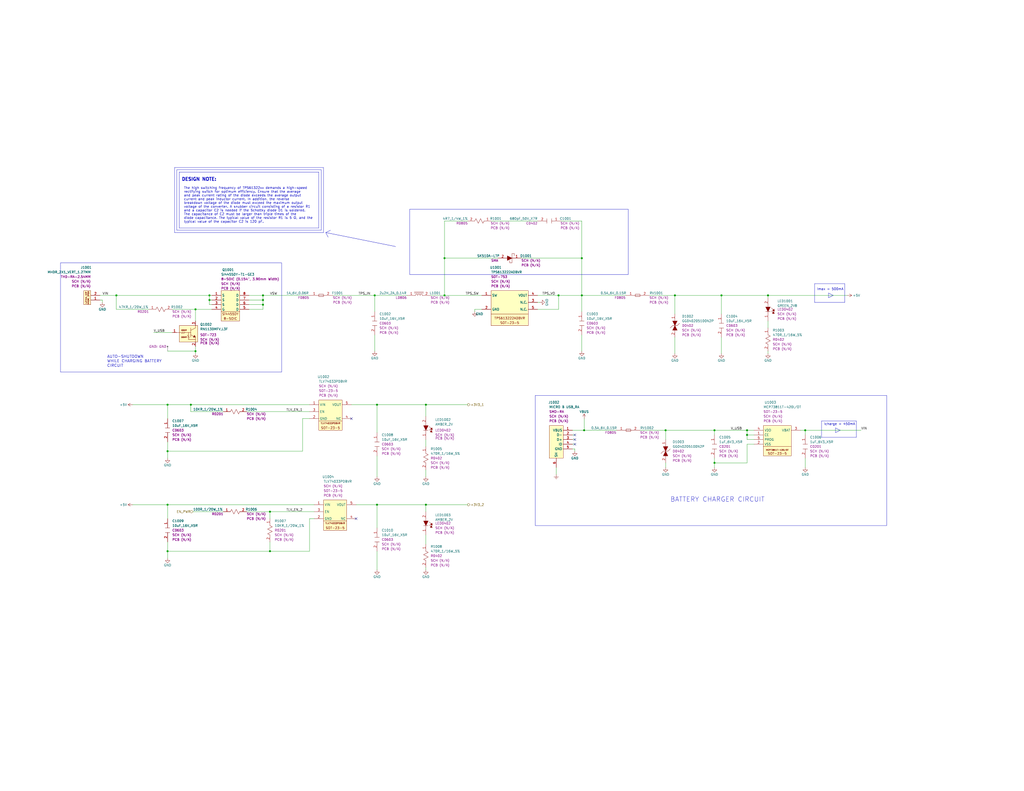
<source format=kicad_sch>
(kicad_sch (version 20230121) (generator eeschema)
  (paper "C")
  (title_block (title "Blender") (date "2023/09/18") (rev "v1.0") (company "Mend0z0") (comment 1 "v1.0") (comment 2 "RELEASED") (comment 3 "Siavash Taher Parvar") (comment 4 "_BOM_Blender_v1.0.html") (comment 5 "_HW_Blender.kicad_pcb") (comment 6 "_GBR_Blender_v1.0") (comment 7 "_ASM_Blender_v1.0") (comment 8 "N/A") (comment 9 "Initial version"))
  (junction (at 114.3 163.83))
  (junction (at 91.44 300.99))
  (junction (at 318.77 234.95))
  (junction (at 232.41 220.98))
  (junction (at 106.68 191.77))
  (junction (at 204.47 161.29))
  (junction (at 205.74 275.59))
  (junction (at 317.5 140.97))
  (junction (at 419.1 161.29))
  (junction (at 439.42 234.95))
  (junction (at 363.22 234.95))
  (junction (at 143.51 163.83))
  (junction (at 63.5 161.29))
  (junction (at 368.3 161.29))
  (junction (at 91.44 220.98))
  (junction (at 389.89 234.95))
  (junction (at 147.32 300.99))
  (junction (at 389.89 252.73))
  (junction (at 147.32 279.4))
  (junction (at 114.3 161.29))
  (junction (at 205.74 220.98))
  (junction (at 393.7 161.29))
  (junction (at 91.44 275.59))
  (junction (at 407.67 237.49))
  (junction (at 317.5 161.29))
  (junction (at 242.57 140.97))
  (junction (at 91.44 246.38))
  (junction (at 232.41 275.59))
  (junction (at 143.51 161.29))
  (junction (at 106.68 168.91))
  (junction (at 304.8 161.29))
  (junction (at 242.57 161.29))
  (junction (at 407.67 234.95))
  (junction (at 104.14 220.98))
  (junction (at 143.51 166.37))
  (no_connect (at 313.69 242.57))
  (no_connect (at 194.31 283.21))
  (no_connect (at 313.69 237.49))
  (no_connect (at 313.69 240.03))
  (no_connect (at 191.77 228.6))
  (wire (pts (xy 363.22 234.95) (xy 363.22 240.03)))
  (wire (pts (xy 134.62 224.79) (xy 168.91 224.79)))
  (wire (pts (xy 204.47 170.18) (xy 204.47 161.29)))
  (wire (pts (xy 115.57 163.83) (xy 114.3 163.83)))
  (wire (pts (xy 114.3 166.37) (xy 114.3 163.83)))
  (wire (pts (xy 267.97 120.65) (xy 293.37 120.65)))
  (wire (pts (xy 407.67 252.73) (xy 389.89 252.73)))
  (wire (pts (xy 91.44 191.77) (xy 106.68 191.77)))
  (wire (pts (xy 143.51 168.91) (xy 135.89 168.91)))
  (polyline (pts (xy 455.93 236.22) (xy 458.47 234.95)))
  (wire (pts (xy 389.89 252.73) (xy 389.89 255.27)))
  (wire (pts (xy 147.32 295.91) (xy 147.32 300.99)))
  (wire (pts (xy 106.68 193.04) (xy 106.68 191.77)))
  (wire (pts (xy 317.5 191.77) (xy 317.5 182.88)))
  (wire (pts (xy 294.64 165.1) (xy 293.37 165.1)))
  (wire (pts (xy 389.89 237.49) (xy 389.89 234.95)))
  (wire (pts (xy 91.44 220.98) (xy 104.14 220.98)))
  (wire (pts (xy 205.74 275.59) (xy 194.31 275.59)))
  (wire (pts (xy 312.42 234.95) (xy 318.77 234.95)))
  (wire (pts (xy 93.98 168.91) (xy 106.68 168.91)))
  (polyline (pts (xy 448.31 229.87) (xy 467.36 229.87)))
  (wire (pts (xy 168.91 283.21) (xy 168.91 300.99)))
  (wire (pts (xy 234.95 161.29) (xy 242.57 161.29)))
  (wire (pts (xy 304.8 161.29) (xy 317.5 161.29)))
  (wire (pts (xy 363.22 252.73) (xy 363.22 255.27)))
  (wire (pts (xy 393.7 161.29) (xy 393.7 171.45)))
  (wire (pts (xy 205.74 260.35) (xy 205.74 248.92)))
  (polyline (pts (xy 461.01 154.94) (xy 461.01 165.1)))
  (wire (pts (xy 462.28 161.29) (xy 419.1 161.29)))
  (wire (pts (xy 242.57 120.65) (xy 242.57 140.97)))
  (wire (pts (xy 242.57 161.29) (xy 262.89 161.29)))
  (wire (pts (xy 181.61 161.29) (xy 204.47 161.29)))
  (wire (pts (xy 313.69 237.49) (xy 312.42 237.49)))
  (polyline (pts (xy 173.99 124.46) (xy 97.79 124.46)))
  (wire (pts (xy 63.5 161.29) (xy 114.3 161.29)))
  (wire (pts (xy 81.28 168.91) (xy 63.5 168.91)))
  (wire (pts (xy 407.67 242.57) (xy 407.67 252.73)))
  (wire (pts (xy 419.1 175.26) (xy 419.1 179.07)))
  (wire (pts (xy 114.3 161.29) (xy 115.57 161.29)))
  (wire (pts (xy 341.63 161.29) (xy 317.5 161.29)))
  (wire (pts (xy 72.39 220.98) (xy 91.44 220.98)))
  (polyline (pts (xy 467.36 238.76) (xy 448.31 238.76)))
  (wire (pts (xy 313.69 245.11) (xy 312.42 245.11)))
  (wire (pts (xy 205.74 220.98) (xy 191.77 220.98)))
  (wire (pts (xy 143.51 163.83) (xy 143.51 161.29)))
  (polyline (pts (xy 467.36 229.87) (xy 467.36 238.76)))
  (wire (pts (xy 303.53 255.27) (xy 303.53 259.08)))
  (wire (pts (xy 168.91 300.99) (xy 147.32 300.99)))
  (wire (pts (xy 318.77 234.95) (xy 336.55 234.95)))
  (wire (pts (xy 91.44 220.98) (xy 91.44 228.6)))
  (wire (pts (xy 318.77 228.6) (xy 318.77 234.95)))
  (wire (pts (xy 439.42 237.49) (xy 439.42 234.95)))
  (wire (pts (xy 232.41 311.15) (xy 232.41 309.88)))
  (wire (pts (xy 232.41 220.98) (xy 232.41 227.33)))
  (polyline (pts (xy 95.25 127) (xy 176.53 127)))
  (polyline (pts (xy 444.5 154.94) (xy 444.5 165.1)))
  (wire (pts (xy 313.69 246.38) (xy 313.69 245.11)))
  (polyline (pts (xy 175.26 125.73) (xy 96.52 125.73)))
  (wire (pts (xy 205.74 311.15) (xy 205.74 300.99)))
  (wire (pts (xy 389.89 234.95) (xy 407.67 234.95)))
  (wire (pts (xy 232.41 275.59) (xy 232.41 279.4)))
  (wire (pts (xy 143.51 161.29) (xy 168.91 161.29)))
  (wire (pts (xy 242.57 140.97) (xy 271.78 140.97)))
  (polyline (pts (xy 173.99 93.98) (xy 173.99 124.46)))
  (wire (pts (xy 232.41 260.35) (xy 232.41 256.54)))
  (wire (pts (xy 165.1 228.6) (xy 165.1 246.38)))
  (wire (pts (xy 135.89 166.37) (xy 143.51 166.37)))
  (polyline (pts (xy 97.79 93.98) (xy 173.99 93.98)))
  (polyline (pts (xy 452.12 160.02) (xy 452.12 162.56)))
  (wire (pts (xy 91.44 250.19) (xy 91.44 246.38)))
  (wire (pts (xy 419.1 161.29) (xy 419.1 162.56)))
  (wire (pts (xy 91.44 275.59) (xy 91.44 283.21)))
  (wire (pts (xy 306.07 120.65) (xy 317.5 120.65)))
  (wire (pts (xy 91.44 241.3) (xy 91.44 246.38)))
  (wire (pts (xy 55.88 163.83) (xy 54.61 163.83)))
  (polyline (pts (xy 96.52 92.71) (xy 96.52 125.73)))
  (polyline (pts (xy 444.5 154.94) (xy 461.01 154.94)))
  (wire (pts (xy 106.68 168.91) (xy 115.57 168.91)))
  (wire (pts (xy 232.41 292.1) (xy 232.41 297.18)))
  (polyline (pts (xy 455.93 233.68) (xy 455.93 236.22)))
  (wire (pts (xy 439.42 250.19) (xy 439.42 255.27)))
  (wire (pts (xy 439.42 234.95) (xy 469.9 234.95)))
  (wire (pts (xy 204.47 161.29) (xy 222.25 161.29)))
  (wire (pts (xy 419.1 193.04) (xy 419.1 191.77)))
  (wire (pts (xy 91.44 246.38) (xy 165.1 246.38)))
  (wire (pts (xy 143.51 166.37) (xy 143.51 163.83)))
  (wire (pts (xy 436.88 234.95) (xy 439.42 234.95)))
  (wire (pts (xy 313.69 240.03) (xy 312.42 240.03)))
  (wire (pts (xy 411.48 242.57) (xy 407.67 242.57)))
  (wire (pts (xy 171.45 279.4) (xy 147.32 279.4)))
  (wire (pts (xy 135.89 161.29) (xy 143.51 161.29)))
  (wire (pts (xy 255.27 275.59) (xy 232.41 275.59)))
  (wire (pts (xy 317.5 161.29) (xy 317.5 170.18)))
  (wire (pts (xy 104.14 220.98) (xy 168.91 220.98)))
  (wire (pts (xy 63.5 161.29) (xy 63.5 168.91)))
  (wire (pts (xy 106.68 189.23) (xy 106.68 191.77)))
  (wire (pts (xy 313.69 242.57) (xy 312.42 242.57)))
  (polyline (pts (xy 452.12 160.02) (xy 454.66 161.29)))
  (wire (pts (xy 284.48 140.97) (xy 317.5 140.97)))
  (wire (pts (xy 115.57 166.37) (xy 114.3 166.37)))
  (wire (pts (xy 147.32 279.4) (xy 147.32 283.21)))
  (wire (pts (xy 204.47 191.77) (xy 204.47 182.88)))
  (wire (pts (xy 91.44 295.91) (xy 91.44 300.99)))
  (wire (pts (xy 259.08 168.91) (xy 262.89 168.91)))
  (wire (pts (xy 205.74 220.98) (xy 205.74 236.22)))
  (wire (pts (xy 91.44 300.99) (xy 147.32 300.99)))
  (wire (pts (xy 135.89 163.83) (xy 143.51 163.83)))
  (wire (pts (xy 368.3 193.04) (xy 368.3 184.15)))
  (polyline (pts (xy 177.8 127) (xy 179.07 129.54)))
  (wire (pts (xy 242.57 120.65) (xy 255.27 120.65)))
  (polyline (pts (xy 176.53 91.44) (xy 176.53 127)))
  (polyline (pts (xy 175.26 92.71) (xy 175.26 125.73)))
  (wire (pts (xy 407.67 234.95) (xy 411.48 234.95)))
  (wire (pts (xy 389.89 252.73) (xy 389.89 250.19)))
  (polyline (pts (xy 97.79 93.98) (xy 97.79 124.46)))
  (wire (pts (xy 83.82 181.61) (xy 93.98 181.61)))
  (wire (pts (xy 232.41 275.59) (xy 205.74 275.59)))
  (wire (pts (xy 407.67 237.49) (xy 407.67 234.95)))
  (wire (pts (xy 293.37 161.29) (xy 304.8 161.29)))
  (wire (pts (xy 317.5 120.65) (xy 317.5 140.97)))
  (wire (pts (xy 104.14 220.98) (xy 104.14 224.79)))
  (polyline (pts (xy 177.8 127) (xy 215.9 134.62)))
  (polyline (pts (xy 180.34 125.73) (xy 177.8 127)))
  (wire (pts (xy 293.37 168.91) (xy 304.8 168.91)))
  (polyline (pts (xy 455.93 233.68) (xy 458.47 234.95)))
  (wire (pts (xy 242.57 140.97) (xy 242.57 161.29)))
  (polyline (pts (xy 452.12 162.56) (xy 454.66 161.29)))
  (wire (pts (xy 54.61 161.29) (xy 63.5 161.29)))
  (wire (pts (xy 55.88 163.83) (xy 55.88 165.1)))
  (wire (pts (xy 393.7 161.29) (xy 368.3 161.29)))
  (wire (pts (xy 134.62 279.4) (xy 147.32 279.4)))
  (wire (pts (xy 105.41 279.4) (xy 121.92 279.4)))
  (wire (pts (xy 168.91 228.6) (xy 165.1 228.6)))
  (wire (pts (xy 72.39 275.59) (xy 91.44 275.59)))
  (wire (pts (xy 407.67 237.49) (xy 411.48 237.49)))
  (wire (pts (xy 232.41 240.03) (xy 232.41 243.84)))
  (polyline (pts (xy 448.31 229.87) (xy 448.31 238.76)))
  (wire (pts (xy 232.41 220.98) (xy 205.74 220.98)))
  (wire (pts (xy 205.74 275.59) (xy 205.74 288.29)))
  (wire (pts (xy 317.5 140.97) (xy 317.5 161.29)))
  (wire (pts (xy 106.68 168.91) (xy 106.68 175.26)))
  (polyline (pts (xy 95.25 91.44) (xy 95.25 127)))
  (wire (pts (xy 419.1 161.29) (xy 393.7 161.29)))
  (wire (pts (xy 349.25 234.95) (xy 363.22 234.95)))
  (polyline (pts (xy 95.25 91.44) (xy 176.53 91.44)))
  (wire (pts (xy 368.3 161.29) (xy 368.3 171.45)))
  (polyline (pts (xy 461.01 165.1) (xy 444.5 165.1)))
  (wire (pts (xy 91.44 275.59) (xy 171.45 275.59)))
  (wire (pts (xy 104.14 224.79) (xy 121.92 224.79)))
  (wire (pts (xy 143.51 168.91) (xy 143.51 166.37)))
  (polyline (pts (xy 96.52 92.71) (xy 175.26 92.71)))
  (wire (pts (xy 114.3 163.83) (xy 114.3 161.29)))
  (wire (pts (xy 255.27 220.98) (xy 232.41 220.98)))
  (wire (pts (xy 407.67 240.03) (xy 407.67 237.49)))
  (wire (pts (xy 171.45 283.21) (xy 168.91 283.21)))
  (wire (pts (xy 91.44 304.8) (xy 91.44 300.99)))
  (wire (pts (xy 304.8 161.29) (xy 304.8 168.91)))
  (wire (pts (xy 363.22 234.95) (xy 389.89 234.95)))
  (wire (pts (xy 368.3 161.29) (xy 354.33 161.29)))
  (wire (pts (xy 411.48 240.03) (xy 407.67 240.03)))
  (wire (pts (xy 259.08 168.91) (xy 259.08 170.18)))
  (wire (pts (xy 393.7 193.04) (xy 393.7 184.15)))
  (rectangle (start 223.52 114.3) (end 342.9 149.86))
  (rectangle (start 33.02 143.51) (end 153.67 203.2))
  (rectangle (start 292.1 215.9) (end 483.87 287.02))
  (text "BATTERY CHARGER CIRCUIT" (at 365.76 274.32 0) (effects (font (size 2.54 2.54)) (justify left bottom)))
  (text "DESIGN NOTE:" (at 99.06 99.06 0) (effects (font (size 1.8 1.8) bold) (justify left bottom)))
  (text "Icharge = 450mA" (at 449.58 232.41 0) (effects (font (size 1.27 1.27)) (justify left bottom)))
  (text "The high switching frequency of TPS61322xx demands a high-speed \nrectifying switch for optimum efficiency. Ensure that the average \nand peak current rating of the diode exceeds the average output \ncurrent and peak inductor current. In addition, the reverse \nbreakdown voltage of the diode must exceed the maximum output\nvoltage of the converter. A snubber circuit consisting of a resistor R1\nand a capacitor C2 is needed if the Schottky diode D1 is soldered. \nThe capacitance of C2 must be larger than triple times of the \ndiode capacitance. The typical value of the resistor R1 is 5 Ω, and the\ntypical value of the capacitor C2 is 120 pF." (at 100.33 121.92 0) (effects (font (size 1.27 1.27)) (justify left bottom)))
  (text "Imax = 500mA" (at 445.77 158.75 0) (effects (font (size 1.27 1.27)) (justify left bottom)))
  (text "AUTO-SHUTDOWN\nWHILE CHARGING BATTERY\nCIRCUIT" (at 58.42 200.66 0) (effects (font (size 1.524 1.524)) (justify left bottom)))
  (label "TPS_IN" (at 195.58 161.29 0))
  (label "TPS_SW" (at 254 161.29 0))
  (label "V_USB" (at 398.78 234.95 0))
  (label "VSW" (at 147.32 161.29 0))
  (label "TLV_EN_2" (at 156.21 279.4 0))
  (label "V_USB" (at 83.82 181.61 0))
  (label "VIN" (at 469.9 234.95 0))
  (label "VIN" (at 55.88 161.29 0))
  (label "TLV_EN_1" (at 156.21 224.79 0))
  (label "TPS_VO" (at 295.91 161.29 0))
  (hierarchical_label "+3V3_2" (shape output) (at 255.27 275.59 0))
  (hierarchical_label "EN_PWR" (shape input) (at 105.41 279.4 180))
  (hierarchical_label "+3V3_1" (shape output) (at 255.27 220.98 0))
  (netclass_flag "" (length 2.54) (shape dot) (at 91.44 191.77 0) (property "GND" "GND" (at 81.28 189.23 0) (show_name) (effects (font italic) (justify left))))
  (symbol (lib_id "power:GND") (at 55.88 165.1 0) (unit 1)
    (property "Reference" "#PWR01002" (effects hide))
    (property "Value" "GND" (at 55.88 168.91 0))
  )
  (symbol (lib_id "_SCHLIB_Blender:CAP_680pF_50V_X7R_C0402") (at 306.07 120.65 180) (unit 1)
    (property "Reference" "C1001" (at 308.61 119.38 0))
    (property "Value" "680pF_50V_X7R" (at 293.37 119.38 0) (effects (justify left)))
    (property "Footprint" "Capacitor_SMD:C_0402_1005Metric" (effects hide))
    (property "Datasheet" "http://www.passivecomponent.com/wp-content/uploads/datasheet/WTC_MLCC_General_Purpose.pdf" (effects hide))
    (property "Description" "680 pF ±10% 50V Ceramic Capacitor X7R 0402 (1005 Metric)" (effects hide))
    (property "Link" "https://www.digikey.ca/en/products/detail/walsin-technology-corporation/0402B681K500CT/9354721" (effects hide))
    (property "SCH CHECK" "SCH (N/A)" (at 316.23 121.92 0) (effects (justify left)))
    (property "Package" "C0402" (at 293.37 121.92 0) (effects (justify left)))
    (property "Part Number (Manufacturer)" "0402B681K500CT" (effects hide))
    (property "Manufacturer" "Walsin Technology Corporation" (effects hide))
    (property "Part Number (Vendor)" "1292-1223-2-ND" (effects hide))
    (property "Vendor" "Digikey" (effects hide))
    (property "PCB CHECk" "PCB (N/A)" (at 316.23 124.46 0) (effects (justify left)))
  )
  (symbol (lib_id "power:GND") (at 368.3 193.04 0) (unit 1)
    (property "Reference" "#PWR01007" (effects hide))
    (property "Value" "GND" (at 368.3 196.85 0))
    (instances (project "_HW_Blender" (path "" (reference "#PWR01007") (unit 1))) (project "_HW_ToslinkToDMX" (path "" (reference "#PWR01006") (unit 1))))
  )
  (symbol (lib_id "_SCHLIB_Blender:CAP_1uF_6V3_X5R_C0201") (at 389.89 237.49 270) (unit 1)
    (property "Reference" "C1005" (at 392.43 238.76 90) (effects (justify left)))
    (property "Value" "1uF_6V3_X5R" (at 392.43 241.3 90) (effects (justify left)))
    (property "Footprint" "Capacitor_SMD:C_0201_0603Metric" (effects hide))
    (property "Datasheet" "http://weblib.samsungsem.com/mlcc/mlcc-ec-data-sheet.do?partNumber=CL03A105MQ3CSN" (effects hide))
    (property "Description" "1 µF ±20% 6.3V Ceramic Capacitor X5R 0201 (0603 Metric)" (effects hide))
    (property "Link" "https://www.digikey.ca/en/products/detail/samsung-electro-mechanics/CL03A105MQ3CSNH/3894097" (effects hide))
    (property "SCH CHECK" "SCH (N/A)" (at 392.43 246.38 90) (effects (justify left)))
    (property "Package" "C0201" (at 392.43 243.84 90) (effects (justify left)))
    (property "Part Number (Manufacturer)" "CL03A105MQ3CSNH" (effects hide))
    (property "Manufacturer" "Samsung Electro-Mechanics" (effects hide))
    (property "Part Number (Vendor)" "1276-6441-2-ND" (effects hide))
    (property "Vendor" "Digikey" (effects hide))
    (property "PCB CHECk" "PCB (N/A)" (at 392.43 248.92 90) (effects (justify left)))
  )
  (symbol (lib_id "power:GND") (at 205.74 311.15 0) (unit 1)
    (property "Reference" "#PWR01023" (effects hide))
    (property "Value" "GND" (at 205.74 314.96 0))
    (instances (project "_HW_Blender" (path "" (reference "#PWR01023") (unit 1))) (project "_HW_ToslinkToDMX" (path "" (reference "#PWR01022") (unit 1))))
  )
  (symbol (lib_id "_SCHLIB_Blender:IC_PMIC_TPS613222ADBVR_SMPS-BOOST_5V_2.5A_SOT-753") (at 267.97 158.75 0) (unit 1)
    (property "Reference" "U1001" (at 270.51 146.05 0))
    (property "Value" "TPS613222ADBVR" (at 267.97 148.59 0) (effects (justify left)))
    (property "Footprint" "Package_TO_SOT_SMD:SOT-23-5" (effects hide))
    (property "Datasheet" "https://www.ti.com/general/docs/suppproductinfo.tsp?distId=10&gotoUrl=http%253A%252F%252Fwww.ti.com%252Flit%252Fgpn%252Ftps61322" (effects hide))
    (property "Description" "Boost Switching Regulator IC Positive Fixed 5V 1 Output 2.5A (Switch) SC-74A, SOT-753" (effects hide))
    (property "Link" "https://www.digikey.ca/en/products/detail/texas-instruments/TPS613222ADBVR/8638376?s=N4IgTCBcDaICoAUDKA2AjAZjNgggEQCEA1AJRAF0BfIA" (effects hide))
    (property "SCH CHECK" "SCH (N/A)" (at 267.97 153.67 0) (effects (justify left)))
    (property "Part Number (Manufacturer)" "TPS613222ADBVR" (effects hide))
    (property "Package" "SOT-753" (at 267.97 151.13 0) (effects (justify left)))
    (property "Manufacturer" "Texas Instruments" (effects hide))
    (property "Part Number (Vendor)" "296-50503-2-ND" (effects hide))
    (property "Vendor" "Digikey" (effects hide))
    (property "PCB CHECk" "PCB (N/A)" (at 267.97 156.21 0) (effects (justify left)))
  )
  (symbol (lib_id "power:GND") (at 91.44 250.19 0) (unit 1)
    (property "Reference" "#PWR01018" (effects hide))
    (property "Value" "GND" (at 91.44 254 0))
    (instances (project "_HW_Blender" (path "" (reference "#PWR01018") (unit 1))) (project "_HW_ToslinkToDMX" (path "" (reference "#PWR01017") (unit 1))))
  )
  (symbol (lib_id "_SCHLIB_Blender:DIODE_TVS_GG040205100N2P_5V_5.5V_8A(8/20us)_D0402") (at 363.22 240.03 270) (unit 1)
    (property "Reference" "D1003" (at 367.03 241.3 90) (effects (justify left)))
    (property "Value" "GG040205100N2P" (at 367.03 243.84 90) (effects (justify left)))
    (property "Footprint" "Diode_SMD:D_0402_1005Metric" (effects hide))
    (property "Datasheet" "https://datasheets.kyocera-avx.com/AVX-GiGuard.pdf" (effects hide))
    (property "Description" "12V Clamp 8A (8/20µs) Ipp Tvs Diode Surface Mount 0402 (1005 Metric)" (effects hide))
    (property "Link" "https://www.digikey.ca/en/products/detail/kyocera-avx/GG040205100N2P/6826546" (effects hide))
    (property "SCH CHECK" "SCH (N/A)" (at 367.03 248.92 90) (effects (justify left)))
    (property "Part Number (Manufacturer)" "GG040205100N2P" (effects hide))
    (property "Package" "D0402" (at 367.03 246.38 90) (effects (justify left)))
    (property "Manufacturer" "KYOCERA AVX" (effects hide))
    (property "Part Number (Vendor)" "478-10594-2-ND" (effects hide))
    (property "Vendor" "Digikey" (effects hide))
    (property "PCB CHECk" "PCB (N/A)" (at 367.03 251.46 90) (effects (justify left)))
  )
  (symbol (lib_id "_SCHLIB_Blender:DIODE_SCHOTTKY_SK510A-LTP_5A_100V_SMA") (at 271.78 140.97 0) (unit 1)
    (property "Reference" "D1001" (at 287.02 139.7 0))
    (property "Value" "SK510A-LTP" (at 260.35 139.7 0) (effects (justify left)))
    (property "Footprint" "Diode_SMD:D_SMA" (effects hide))
    (property "Datasheet" "https://www.mccsemi.com/pdf/Products/SK52A-L-SK510A-L(DO-214AC).pdf" (effects hide))
    (property "Description" "Diode 100 V 5A Surface Mount DO-214AC (SMA)" (effects hide))
    (property "Link" "https://www.digikey.ca/en/products/detail/micro-commercial-co/SK510A-LTP/5114130" (effects hide))
    (property "SCH CHECK" "SCH (N/A)" (at 284.48 142.24 0) (effects (justify left)))
    (property "Package" "SMA" (at 267.97 142.24 0) (effects (justify left)))
    (property "Part Number (Manufacturer)" "SK510A-LTP" (effects hide))
    (property "Manufacturer" "Micro Commercial Co" (effects hide))
    (property "Part Number (Vendor)" "SK510A-LTPMSTR-ND" (effects hide))
    (property "Vendor" "Digikey" (effects hide))
    (property "PCB CHECk" "PCB (N/A)" (at 284.48 144.78 0) (effects (justify left)))
  )
  (symbol (lib_id "_SCHLIB_Blender:RES_470R_1/16W_5%_R0402") (at 232.41 297.18 270) (unit 1)
    (property "Reference" "R1008" (at 234.95 298.45 90) (effects (justify left)))
    (property "Value" "470R_1/16W_5%" (at 234.95 300.99 90) (effects (justify left)))
    (property "Footprint" "Resistor_SMD:R_0402_1005Metric" (effects hide))
    (property "Datasheet" "https://www.te.com/usa-en/product-1-2176338-7.datasheet.pdf" (effects hide))
    (property "Description" "470 Ohms ±5% 0.063W, 1/16W Chip Resistor 0402 (1005 Metric) Automotive AEC-Q200, Moisture Resistant Thick Film" (effects hide))
    (property "Link" "https://www.digikey.ca/en/products/detail/te-connectivity-passive-product/CRGCQ0402J470R/8576648" (effects hide))
    (property "SCH CHECK" "SCH (N/A)" (at 234.95 306.07 90) (effects (justify left)))
    (property "Package" "R0402" (at 234.95 303.53 90) (effects (justify left)))
    (property "Part Number (Manufacturer)" "CRGCQ0402J470R" (effects hide))
    (property "Manufacturer" "TE Connectivity Passive Product" (effects hide))
    (property "Part Number (Vendor)" "A130046TR-ND" (effects hide))
    (property "Vendor" "Digikey" (effects hide))
    (property "PCB CHECk" "PCB (N/A)" (at 234.95 308.61 90) (effects (justify left)))
  )
  (symbol (lib_id "_SCHLIB_Blender:Q_BJT_RN1130MFV,L3F_PREBIASED_50V_0.1A_0.15W_SOT-723") (at 93.98 175.26 0) (unit 1)
    (property "Reference" "Q1002" (at 109.22 177.165 0) (effects (justify left)))
    (property "Value" "RN1130MFV,L3F" (at 109.22 179.705 0) (effects (justify left)))
    (property "Footprint" "Package_TO_SOT_SMD:SOT-723" (effects hide))
    (property "Datasheet" "https://toshiba.semicon-storage.com/info/docget.jsp?did=949&prodName=RN1130MFV" (effects hide))
    (property "Description" "Pre-Biased Bipolar Transistor (BJT) NPN - Pre-Biased 50 V 100 mA 250 MHz 150 mW Surface Mount VESM" (effects hide))
    (property "Link" "https://www.digikey.ca/en/products/detail/toshiba-semiconductor-and-storage/RN1130MFV-L3F/4305123" (effects hide))
    (property "SCH CHECK" "SCH (N/A)" (at 109.22 185.42 0) (effects (justify left)))
    (property "Package" "SOT-723" (at 109.22 182.88 0) (effects (justify left)))
    (property "Part Number (Manufacturer)" "RN1130MFV,L3F" (effects hide))
    (property "Manufacturer" "Toshiba Semiconductor and Storage" (effects hide))
    (property "Part Number (Vendor)" "RN1130MFVL3FTR-ND" (effects hide))
    (property "Vendor" "Digikey" (effects hide))
    (property "PCB CHECk" "PCB (N/A)" (at 109.22 187.325 0) (effects (justify left)))
  )
  (symbol (lib_id "_SCHLIB_Blender:CAP_10uF_16V_X5R_C0603") (at 91.44 228.6 270) (unit 1)
    (property "Reference" "C1007" (at 93.98 229.87 90) (effects (justify left)))
    (property "Value" "10uF_16V_X5R" (at 93.98 232.41 90) (effects (justify left)))
    (property "Footprint" "Capacitor_SMD:C_0603_1608Metric" (effects hide))
    (property "Datasheet" "https://search.murata.co.jp/Ceramy/image/img/A01X/G101/ENG/GRT188R61C106KE13-01.pdf" (effects hide))
    (property "Description" "10 µF ±10% 16V Ceramic Capacitor X5R 0603 (1608 Metric)" (effects hide))
    (property "Link" "https://www.digikey.ca/en/products/detail/murata-electronics/GRT188R61C106KE13J/13904802" (effects hide))
    (property "SCH CHECK" "SCH (N/A)" (at 93.98 237.49 90) (effects (justify left)))
    (property "Package" "C0603" (at 93.98 234.95 90) (effects (justify left)))
    (property "Part Number (Manufacturer)" "GRT188R61C106KE13J" (effects hide))
    (property "Manufacturer" "Murata Electronics" (effects hide))
    (property "Part Number (Vendor)" "490-GRT188R61C106KE13JTR-ND" (effects hide))
    (property "Vendor" "Digikey" (effects hide))
    (property "PCB CHECk" "PCB (N/A)" (at 93.98 240.03 90) (effects (justify left)))
  )
  (symbol (lib_id "power:+5V") (at 462.28 161.29 270) (unit 1)
    (property "Reference" "#PWR01001" (effects hide))
    (property "Value" "+5V" (at 467.36 161.29 90))
  )
  (symbol (lib_id "power:GND") (at 439.42 255.27 0) (unit 1)
    (property "Reference" "#PWR01016" (effects hide))
    (property "Value" "GND" (at 439.42 259.08 0))
    (instances (project "_HW_Blender" (path "" (reference "#PWR01016") (unit 1))) (project "_HW_ToslinkToDMX" (path "" (reference "#PWR01015") (unit 1))))
  )
  (symbol (lib_id "_SCHLIB_Blender:IC_PMIC_TLV74033PDBVR_LDO_3.3V_0.3A_SOT-23-5") (at 176.53 273.05 0) (unit 1)
    (property "Reference" "U1004" (at 179.07 260.35 0))
    (property "Value" "TLV74033PDBVR" (at 176.53 262.89 0) (effects (justify left)))
    (property "Footprint" "Package_TO_SOT_SMD:SOT-23-5" (effects hide))
    (property "Datasheet" "https://mm.digikey.com/Volume0/opasdata/d220001/medias/docus/5334/TLV740P_DS.pdf" (effects hide))
    (property "Description" "Linear Voltage Regulator IC Positive Fixed 1 Output 300mA SOT-23-5" (effects hide))
    (property "Link" "https://www.digikey.ca/en/products/detail/texas-instruments/TLV74033PDBVR/12642183" (effects hide))
    (property "SCH CHECK" "SCH (N/A)" (at 176.53 265.43 0) (effects (justify left)))
    (property "Part Number (Manufacturer)" "TLV74033PDBVR" (effects hide))
    (property "Package" "SOT-23-5" (at 176.53 267.97 0) (effects (justify left)))
    (property "Manufacturer" "Texas Instruments" (effects hide))
    (property "Part Number (Vendor)" "296-TLV74033PDBVRTR-ND" (effects hide))
    (property "Vendor" "Digikey" (effects hide))
    (property "PCB CHECk" "PCB (N/A)" (at 176.53 270.51 0) (effects (justify left)))
  )
  (symbol (lib_id "_SCHLIB_Blender:CAP_10uF_16V_X5R_C0603") (at 393.7 171.45 270) (unit 1)
    (property "Reference" "C1004" (at 396.24 172.72 90) (effects (justify left)))
    (property "Value" "10uF_16V_X5R" (at 396.24 175.26 90) (effects (justify left)))
    (property "Footprint" "Capacitor_SMD:C_0603_1608Metric" (effects hide))
    (property "Datasheet" "https://search.murata.co.jp/Ceramy/image/img/A01X/G101/ENG/GRT188R61C106KE13-01.pdf" (effects hide))
    (property "Description" "10 µF ±10% 16V Ceramic Capacitor X5R 0603 (1608 Metric)" (effects hide))
    (property "Link" "https://www.digikey.ca/en/products/detail/murata-electronics/GRT188R61C106KE13J/13904802" (effects hide))
    (property "SCH CHECK" "SCH (N/A)" (at 396.24 180.34 90) (effects (justify left)))
    (property "Package" "C0603" (at 396.24 177.8 90) (effects (justify left)))
    (property "Part Number (Manufacturer)" "GRT188R61C106KE13J" (effects hide))
    (property "Manufacturer" "Murata Electronics" (effects hide))
    (property "Part Number (Vendor)" "490-GRT188R61C106KE13JTR-ND" (effects hide))
    (property "Vendor" "Digikey" (effects hide))
    (property "PCB CHECk" "PCB (N/A)" (at 396.24 182.88 90) (effects (justify left)))
  )
  (symbol (lib_id "power:GND") (at 363.22 255.27 0) (unit 1)
    (property "Reference" "#PWR01014" (effects hide))
    (property "Value" "GND" (at 363.22 259.08 0))
    (instances (project "_HW_Blender" (path "" (reference "#PWR01014") (unit 1))) (project "_HW_ToslinkToDMX" (path "" (reference "#PWR01013") (unit 1))))
  )
  (symbol (lib_id "_SCHLIB_Blender:RES_4R7_1/4W_1%_R0805") (at 267.97 120.65 180) (unit 1)
    (property "Reference" "R1001" (at 270.51 119.38 0))
    (property "Value" "4R7_1/4W_1%" (at 255.27 119.38 0) (effects (justify left)))
    (property "Footprint" "Resistor_SMD:R_0805_2012Metric" (effects hide))
    (property "Datasheet" "https://www.koaspeer.com/pdfs/RK73H.pdf" (effects hide))
    (property "Description" "4.7 Ohms ±1% 0.25W, 1/4W Chip Resistor 0805 (2012 Metric) Automotive AEC-Q200, Moisture Resistant Thick Film" (effects hide))
    (property "Link" "https://www.digikey.ca/en/products/detail/koa-speer-electronics-inc/RK73H2ATTD4R70F/10234424" (effects hide))
    (property "SCH CHECK" "SCH (N/A)" (at 278.13 121.92 0) (effects (justify left)))
    (property "Package" "R0805" (at 255.27 121.92 0) (effects (justify left)))
    (property "Part Number (Manufacturer)" "RK73H2ATTD4R70F" (effects hide))
    (property "Manufacturer" "KOA Speer Electronics, Inc." (effects hide))
    (property "Part Number (Vendor)" "2019-RK73H2ATTD4R70FTR-ND" (effects hide))
    (property "Vendor" "Digikey" (effects hide))
    (property "PCB CHECk" "PCB (N/A)" (at 278.13 124.46 0) (effects (justify left)))
  )
  (symbol (lib_id "_SCHLIB_Blender:CONN_USB MICRO B-10118194-0001LF") (at 299.72 232.41 0) (unit 1)
    (property "Reference" "J1002" (at 302.26 219.71 0))
    (property "Value" "MICRO B USB_RA" (at 299.72 222.25 0) (effects (justify left)))
    (property "Footprint" "Connector_USB:USB_Micro-B_Amphenol_10118194_Horizontal" (effects hide))
    (property "Datasheet" "https://www.amphenol-cs.com/media/wysiwyg/files/drawing/10118194.pdf" (effects hide))
    (property "Description" "USB - micro B USB 2.0 Receptacle Connector 5 Position Surface Mount, Right Angle; Through Hole" (effects hide))
    (property "Link" "https://www.digikey.ca/en/products/detail/amphenol-cs-fci/10118194-0001LF/2785389" (effects hide))
    (property "SCH CHECK" "SCH (N/A)" (at 299.72 227.33 0) (effects (justify left)))
    (property "Part Number (Manufacturer)" "10118194-0001LF" (effects hide))
    (property "Package" "SMD-RA" (at 299.72 224.79 0) (effects (justify left)))
    (property "Manufacturer" "Amphenol ICC (FCI)" (effects hide))
    (property "Part Number (Vendor)" "609-4618-2-ND" (effects hide))
    (property "Vendor" "Digikey" (effects hide))
    (property "PCB CHECk" "PCB (N/A)" (at 299.72 229.87 0) (effects (justify left)))
  )
  (symbol (lib_id "power:Earth") (at 303.53 259.08 0) (unit 1)
    (property "Reference" "#PWR01017" (effects hide))
    (property "Value" "Earth" (effects hide))
    (instances (project "_HW_Blender" (path "" (reference "#PWR01017") (unit 1))) (project "_HW_ToslinkToDMX" (path "" (reference "#PWR01016") (unit 1))))
  )
  (symbol (lib_id "_SCHLIB_Blender:DIODE_LED_AMBER_2V_0.02A_592nm_0402") (at 232.41 227.33 270) (unit 1)
    (property "Reference" "LED1002" (at 237.49 229.1715 90) (effects (justify left)))
    (property "Value" "AMBER_2V" (at 237.49 231.7115 90) (effects (justify left)))
    (property "Footprint" "LED_SMD:LED_0402_1005Metric" (effects hide))
    (property "Datasheet" "https://media.digikey.com/pdf/Data%20Sheets/Harvatek%20PDFs/B2841UY--20D000414U1930.pdf" (effects hide))
    (property "Description" "Amber LED Indication - Discrete 2V 0402 (1005 Metric)" (effects hide))
    (property "Link" "https://www.digikey.ca/en/products/detail/harvatek-corporation/B2841UY-20D000414U1930/16729525" (effects hide))
    (property "SCH CHECK" "SCH (N/A)" (at 237.49 237.49 90) (effects (justify left)))
    (property "Package" "LED0402" (at 237.49 234.95 90) (effects (justify left)))
    (property "Part Number (Manufacturer)" "B2841UY--20D000414U1930" (effects hide))
    (property "Manufacturer" "Harvatek Corporation" (effects hide))
    (property "Part Number (Vendor)" "3147-B2841UY--20D000414U1930TR-ND" (effects hide))
    (property "Vendor" "Digikey" (effects hide))
    (property "PCB CHECk" "PCB (N/A)" (at 237.49 239.3315 90) (effects (justify left)))
  )
  (symbol (lib_id "_SCHLIB_Blender:CAP_10uF_16V_X5R_C0603") (at 317.5 170.18 270) (unit 1)
    (property "Reference" "C1003" (at 320.04 171.45 90) (effects (justify left)))
    (property "Value" "10uF_16V_X5R" (at 320.04 173.99 90) (effects (justify left)))
    (property "Footprint" "Capacitor_SMD:C_0603_1608Metric" (effects hide))
    (property "Datasheet" "https://search.murata.co.jp/Ceramy/image/img/A01X/G101/ENG/GRT188R61C106KE13-01.pdf" (effects hide))
    (property "Description" "10 µF ±10% 16V Ceramic Capacitor X5R 0603 (1608 Metric)" (effects hide))
    (property "Link" "https://www.digikey.ca/en/products/detail/murata-electronics/GRT188R61C106KE13J/13904802" (effects hide))
    (property "SCH CHECK" "SCH (N/A)" (at 320.04 179.07 90) (effects (justify left)))
    (property "Package" "C0603" (at 320.04 176.53 90) (effects (justify left)))
    (property "Part Number (Manufacturer)" "GRT188R61C106KE13J" (effects hide))
    (property "Manufacturer" "Murata Electronics" (effects hide))
    (property "Part Number (Vendor)" "490-GRT188R61C106KE13JTR-ND" (effects hide))
    (property "Vendor" "Digikey" (effects hide))
    (property "PCB CHECk" "PCB (N/A)" (at 320.04 181.61 90) (effects (justify left)))
  )
  (symbol (lib_id "_SCHLIB_Blender:CAP_1uF_6V3_X5R_C0201") (at 439.42 237.49 270) (unit 1)
    (property "Reference" "C1006" (at 441.96 238.76 90) (effects (justify left)))
    (property "Value" "1uF_6V3_X5R" (at 441.96 241.3 90) (effects (justify left)))
    (property "Footprint" "Capacitor_SMD:C_0201_0603Metric" (effects hide))
    (property "Datasheet" "http://weblib.samsungsem.com/mlcc/mlcc-ec-data-sheet.do?partNumber=CL03A105MQ3CSN" (effects hide))
    (property "Description" "1 µF ±20% 6.3V Ceramic Capacitor X5R 0201 (0603 Metric)" (effects hide))
    (property "Link" "https://www.digikey.ca/en/products/detail/samsung-electro-mechanics/CL03A105MQ3CSNH/3894097" (effects hide))
    (property "SCH CHECK" "SCH (N/A)" (at 441.96 246.38 90) (effects (justify left)))
    (property "Package" "C0201" (at 441.96 243.84 90) (effects (justify left)))
    (property "Part Number (Manufacturer)" "CL03A105MQ3CSNH" (effects hide))
    (property "Manufacturer" "Samsung Electro-Mechanics" (effects hide))
    (property "Part Number (Vendor)" "1276-6441-2-ND" (effects hide))
    (property "Vendor" "Digikey" (effects hide))
    (property "PCB CHECk" "PCB (N/A)" (at 441.96 248.92 90) (effects (justify left)))
  )
  (symbol (lib_id "_SCHLIB_Blender:IC_PMIC_TLV74033PDBVR_LDO_3.3V_0.3A_SOT-23-5") (at 173.99 218.44 0) (unit 1)
    (property "Reference" "U1002" (at 176.53 205.74 0))
    (property "Value" "TLV74033PDBVR" (at 173.99 208.28 0) (effects (justify left)))
    (property "Footprint" "Package_TO_SOT_SMD:SOT-23-5" (effects hide))
    (property "Datasheet" "https://mm.digikey.com/Volume0/opasdata/d220001/medias/docus/5334/TLV740P_DS.pdf" (effects hide))
    (property "Description" "Linear Voltage Regulator IC Positive Fixed 1 Output 300mA SOT-23-5" (effects hide))
    (property "Link" "https://www.digikey.ca/en/products/detail/texas-instruments/TLV74033PDBVR/12642183" (effects hide))
    (property "SCH CHECK" "SCH (N/A)" (at 173.99 210.82 0) (effects (justify left)))
    (property "Part Number (Manufacturer)" "TLV74033PDBVR" (effects hide))
    (property "Package" "SOT-23-5" (at 173.99 213.36 0) (effects (justify left)))
    (property "Manufacturer" "Texas Instruments" (effects hide))
    (property "Part Number (Vendor)" "296-TLV74033PDBVRTR-ND" (effects hide))
    (property "Vendor" "Digikey" (effects hide))
    (property "PCB CHECk" "PCB (N/A)" (at 173.99 215.9 0) (effects (justify left)))
  )
  (symbol (lib_id "power:VBUS") (at 318.77 228.6 0) (unit 1)
    (property "Reference" "#PWR01011" (effects hide))
    (property "Value" "VBUS" (at 318.77 224.79 0))
    (instances (project "_HW_Blender" (path "" (reference "#PWR01011") (unit 1))) (project "_HW_ToslinkToDMX" (path "" (reference "#PWR01010") (unit 1))))
  )
  (symbol (lib_id "power:GND") (at 204.47 191.77 0) (unit 1)
    (property "Reference" "#PWR01005" (effects hide))
    (property "Value" "GND" (at 204.47 195.58 0))
    (instances (project "_HW_Blender" (path "" (reference "#PWR01005") (unit 1))) (project "_HW_ToslinkToDMX" (path "" (reference "#PWR01004") (unit 1))))
  )
  (symbol (lib_id "_SCHLIB_Blender:CONN_HEADER_2POS_1ROW_MALE_VERT_1.27MM") (at 49.53 166.37 180) (unit 1)
    (property "Reference" "J1001" (at 46.99 146.05 0))
    (property "Value" "MHDR_2X1_VERT_1.27MM" (at 49.53 148.59 0) (effects (justify left)))
    (property "Footprint" "Connector_PinHeader_1.27mm:PinHeader_1x02_P1.27mm_Vertical" (effects hide))
    (property "Datasheet" "https://s3.amazonaws.com/catalogspreads-pdf/PAGE94-95%20.050%20MALE%20HDR%20ST%20RA%20SMT.pdf" (effects hide))
    (property "Description" "Connector Header Through Hole 2 position 0.050\" (1.27mm)" (effects hide))
    (property "Link" "https://www.digikey.ca/en/products/detail/sullins-connector-solutions/GRPB021VWVN-RC/1786438" (effects hide))
    (property "SCH CHECK" "SCH (N/A)" (at 49.53 153.67 0) (effects (justify left)))
    (property "Part Number (Manufacturer)" "GRPB021VWVN-RC" (effects hide))
    (property "Package" "THD-RA-2.54MM" (at 49.53 151.13 0) (effects (justify left)))
    (property "Manufacturer" "Sullins Connector Solutions" (effects hide))
    (property "Part Number (Vendor)" "S9014E-02-ND" (effects hide))
    (property "Vendor" "Digikey" (effects hide))
    (property "PCB CHECk" "PCB (N/A)" (at 49.53 156.21 0) (effects (justify left)))
  )
  (symbol (lib_id "power:GND") (at 294.64 165.1 90) (unit 1)
    (property "Reference" "#PWR01003" (effects hide))
    (property "Value" "GND" (at 298.45 165.1 0))
    (instances (project "_HW_Blender" (path "" (reference "#PWR01003") (unit 1))) (project "_HW_ToslinkToDMX" (path "" (reference "#PWR01024") (unit 1))))
  )
  (symbol (lib_id "_SCHLIB_Blender:CAP_10uF_16V_X5R_C0603") (at 205.74 236.22 270) (unit 1)
    (property "Reference" "C1008" (at 208.28 237.49 90) (effects (justify left)))
    (property "Value" "10uF_16V_X5R" (at 208.28 240.03 90) (effects (justify left)))
    (property "Footprint" "Capacitor_SMD:C_0603_1608Metric" (effects hide))
    (property "Datasheet" "https://search.murata.co.jp/Ceramy/image/img/A01X/G101/ENG/GRT188R61C106KE13-01.pdf" (effects hide))
    (property "Description" "10 µF ±10% 16V Ceramic Capacitor X5R 0603 (1608 Metric)" (effects hide))
    (property "Link" "https://www.digikey.ca/en/products/detail/murata-electronics/GRT188R61C106KE13J/13904802" (effects hide))
    (property "SCH CHECK" "SCH (N/A)" (at 208.28 245.11 90) (effects (justify left)))
    (property "Package" "C0603" (at 208.28 242.57 90) (effects (justify left)))
    (property "Part Number (Manufacturer)" "GRT188R61C106KE13J" (effects hide))
    (property "Manufacturer" "Murata Electronics" (effects hide))
    (property "Part Number (Vendor)" "490-GRT188R61C106KE13JTR-ND" (effects hide))
    (property "Vendor" "Digikey" (effects hide))
    (property "PCB CHECk" "PCB (N/A)" (at 208.28 247.65 90) (effects (justify left)))
  )
  (symbol (lib_id "_SCHLIB_Blender:RES_470R_1/16W_5%_R0402") (at 419.1 179.07 270) (unit 1)
    (property "Reference" "R1003" (at 421.64 180.34 90) (effects (justify left)))
    (property "Value" "470R_1/16W_5%" (at 421.64 182.88 90) (effects (justify left)))
    (property "Footprint" "Resistor_SMD:R_0402_1005Metric" (effects hide))
    (property "Datasheet" "https://www.te.com/usa-en/product-1-2176338-7.datasheet.pdf" (effects hide))
    (property "Description" "470 Ohms ±5% 0.063W, 1/16W Chip Resistor 0402 (1005 Metric) Automotive AEC-Q200, Moisture Resistant Thick Film" (effects hide))
    (property "Link" "https://www.digikey.ca/en/products/detail/te-connectivity-passive-product/CRGCQ0402J470R/8576648" (effects hide))
    (property "SCH CHECK" "SCH (N/A)" (at 421.64 187.96 90) (effects (justify left)))
    (property "Package" "R0402" (at 421.64 185.42 90) (effects (justify left)))
    (property "Part Number (Manufacturer)" "CRGCQ0402J470R" (effects hide))
    (property "Manufacturer" "TE Connectivity Passive Product" (effects hide))
    (property "Part Number (Vendor)" "A130046TR-ND" (effects hide))
    (property "Vendor" "Digikey" (effects hide))
    (property "PCB CHECk" "PCB (N/A)" (at 421.64 190.5 90) (effects (justify left)))
  )
  (symbol (lib_id "_SCHLIB_Blender:IC_PMIC_MCP73811T-420I/OT_CHARGER_1C_SOT-23-5") (at 416.56 232.41 0) (unit 1)
    (property "Reference" "U1003" (at 420.37 219.71 0))
    (property "Value" "MCP73811T-420I/OT" (at 416.56 222.25 0) (effects (justify left)))
    (property "Footprint" "Package_TO_SOT_SMD:SOT-23-5" (effects hide))
    (property "Datasheet" "https://ww1.microchip.com/downloads/en/DeviceDoc/22036b.pdf" (effects hide))
    (property "Description" "Charger IC Lithium Ion/Polymer SOT-23-5" (effects hide))
    (property "Link" "https://www.digikey.ca/en/products/detail/microchip-technology/MCP73811T-420I-OT/1626617" (effects hide))
    (property "SCH CHECK" "SCH (N/A)" (at 416.56 227.33 0) (effects (justify left)))
    (property "Part Number (Manufacturer)" "MCP73811T-420I/OT" (effects hide))
    (property "Package" "SOT-23-5" (at 416.56 224.79 0) (effects (justify left)))
    (property "Manufacturer" "Microchip Technology" (effects hide))
    (property "Part Number (Vendor)" "MCP73811T-420I/OTTR-ND" (effects hide))
    (property "Vendor" "Digikey" (effects hide))
    (property "PCB CHECk" "PCB (N/A)" (at 416.56 229.87 0) (effects (justify left)))
  )
  (symbol (lib_id "power:GND") (at 317.5 191.77 0) (unit 1)
    (property "Reference" "#PWR01006" (effects hide))
    (property "Value" "GND" (at 317.5 195.58 0))
    (instances (project "_HW_Blender" (path "" (reference "#PWR01006") (unit 1))) (project "_HW_ToslinkToDMX" (path "" (reference "#PWR01005") (unit 1))))
  )
  (symbol (lib_id "power:GND") (at 205.74 260.35 0) (unit 1)
    (property "Reference" "#PWR01019" (effects hide))
    (property "Value" "GND" (at 205.74 264.16 0))
    (instances (project "_HW_Blender" (path "" (reference "#PWR01019") (unit 1))) (project "_HW_ToslinkToDMX" (path "" (reference "#PWR01018") (unit 1))))
  )
  (symbol (lib_id "power:GND") (at 393.7 193.04 0) (unit 1)
    (property "Reference" "#PWR01008" (effects hide))
    (property "Value" "GND" (at 393.7 196.85 0))
    (instances (project "_HW_Blender" (path "" (reference "#PWR01008") (unit 1))) (project "_HW_ToslinkToDMX" (path "" (reference "#PWR01007") (unit 1))))
  )
  (symbol (lib_id "power:+5V") (at 72.39 220.98 90) (unit 1)
    (property "Reference" "#PWR01012" (effects hide))
    (property "Value" "+5V" (at 67.31 220.98 90))
    (instances (project "_HW_Blender" (path "" (reference "#PWR01012") (unit 1))) (project "_HW_ToslinkToDMX" (path "" (reference "#PWR01011") (unit 1))))
  )
  (symbol (lib_id "_SCHLIB_Blender:FUSE_PTC_PTS08056V050_0.5A_1A_6V_F0805") (at 341.63 161.29 0) (unit 1)
    (property "Reference" "RV1001" (at 358.14 160.02 0))
    (property "Value" "0.5A_6V_0.15R" (at 327.66 160.02 0) (effects (justify left)))
    (property "Footprint" "Fuse:Fuse_0805_2012Metric" (effects hide))
    (property "Datasheet" "https://www.eaton.com/content/dam/eaton/products/electronic-components/resources/data-sheet/eaton-pts0805-surface-mount-resettable-ptc-devices-data-sheet.pdf" (effects hide))
    (property "Description" "PTC Resettable Fuse 6V 500 mA Ih Surface Mount 0805 (2012 Metric)" (effects hide))
    (property "Link" "https://www.digikey.ca/en/products/detail/eaton-electronics-division/PTS08056V050/5420343" (effects hide))
    (property "SCH CHECK" "SCH (N/A)" (at 354.33 162.56 0) (effects (justify left)))
    (property "Package" "F0805" (at 335.28 162.56 0) (effects (justify left)))
    (property "Part Number (Manufacturer)" "PTS08056V050" (effects hide))
    (property "Manufacturer" "Eaton - Electronics Division" (effects hide))
    (property "Part Number (Vendor)" "283-PTS08056V050TR-ND" (effects hide))
    (property "Vendor" "Digikey" (effects hide))
    (property "PCB CHECk" "PCB (N/A)" (at 354.33 165.1 0) (effects (justify left)))
  )
  (symbol (lib_id "power:+5V") (at 72.39 275.59 90) (unit 1)
    (property "Reference" "#PWR01021" (effects hide))
    (property "Value" "+5V" (at 67.31 275.59 90))
    (instances (project "_HW_Blender" (path "" (reference "#PWR01021") (unit 1))) (project "_HW_ToslinkToDMX" (path "" (reference "#PWR01020") (unit 1))))
  )
  (symbol (lib_id "_SCHLIB_Blender:RES_100R_1/20W_1%_R0201") (at 121.92 279.4 0) (unit 1)
    (property "Reference" "R1006" (at 137.16 278.13 0))
    (property "Value" "100R_1/20W_1%" (at 105.41 278.13 0) (effects (justify left)))
    (property "Footprint" "Resistor_SMD:R_0201_0603Metric" (effects hide))
    (property "Datasheet" "https://www.seielect.com/Catalog/SEI-RMCF_RMCP.pdf" (effects hide))
    (property "Description" "100 Ohms ±1% 0.05W, 1/20W Chip Resistor 0201 (0603 Metric) Thick Film" (effects hide))
    (property "Link" "https://www.digikey.ca/en/products/detail/stackpole-electronics-inc/RMCF0201FT100R/1714988" (effects hide))
    (property "SCH CHECK" "SCH (N/A)" (at 134.62 280.67 0) (effects (justify left)))
    (property "Package" "R0201" (at 115.57 280.67 0) (effects (justify left)))
    (property "Part Number (Manufacturer)" "RMCF0201FT100R" (effects hide))
    (property "Manufacturer" "Stackpole Electronics Inc" (effects hide))
    (property "Part Number (Vendor)" "RMCF0201FT100RTR-ND" (effects hide))
    (property "Vendor" "Digikey" (effects hide))
    (property "PCB CHECk" "PCB (N/A)" (at 134.62 283.21 0) (effects (justify left)))
  )
  (symbol (lib_id "_SCHLIB_Blender:FUSE_PTC_0ZCK0100FF2E_1A_1.95A_6V_F0805") (at 168.91 161.29 0) (unit 1)
    (property "Reference" "F1001" (at 184.15 160.02 0))
    (property "Value" "1A_6V_0.06R" (at 156.21 160.02 0) (effects (justify left)))
    (property "Footprint" "Fuse:Fuse_0805_2012Metric" (effects hide))
    (property "Datasheet" "https://www.belfuse.com/resources/datasheets/circuitprotection/ds-cp-0zck-series.pdf" (effects hide))
    (property "Description" "Polymeric PTC Resettable Fuse 6V 1 A Ih Surface Mount 0805 (2012 Metric), Concave" (effects hide))
    (property "Link" "https://www.digikey.ca/en/products/detail/bel-fuse-inc/0ZCK0100FF2E/4156143?s=N4IgjCBcpgbFoDGUBmBDANgZwKYBoQB7KAbRAGYBOcgFgAYQBdAgBwBcoQBlNgJwEsAdgHMQAXwKwAHACYEIZJHTZ8RUuAAEAQSasOkEAFVB-NgHkUAWRxosAV145xBAOx0X8xctwFikMuRgMmB0AKy6IOycPAIizuCUUpSeqJg%2Bav4gDIwSIAC0ctAKUHx2qn5k4TliYkA" (effects hide))
    (property "SCH CHECK" "SCH (N/A)" (at 181.61 162.56 0) (effects (justify left)))
    (property "Package" "F0805" (at 162.56 162.56 0) (effects (justify left)))
    (property "Part Number (Manufacturer)" "0ZCK0100FF2E" (effects hide))
    (property "Manufacturer" "Bel Fuse Inc." (effects hide))
    (property "Part Number (Vendor)" "507-1815-2-ND" (effects hide))
    (property "Vendor" "Digikey" (effects hide))
    (property "PCB CHECk" "PCB (N/A)" (at 181.61 165.1 0) (effects (justify left)))
  )
  (symbol (lib_id "power:GND") (at 91.44 304.8 0) (unit 1)
    (property "Reference" "#PWR01022" (effects hide))
    (property "Value" "GND" (at 91.44 308.61 0))
    (instances (project "_HW_Blender" (path "" (reference "#PWR01022") (unit 1))) (project "_HW_ToslinkToDMX" (path "" (reference "#PWR01021") (unit 1))))
  )
  (symbol (lib_id "_SCHLIB_Blender:CAP_10uF_16V_X5R_C0603") (at 205.74 288.29 270) (unit 1)
    (property "Reference" "C1010" (at 208.28 289.56 90) (effects (justify left)))
    (property "Value" "10uF_16V_X5R" (at 208.28 292.1 90) (effects (justify left)))
    (property "Footprint" "Capacitor_SMD:C_0603_1608Metric" (effects hide))
    (property "Datasheet" "https://search.murata.co.jp/Ceramy/image/img/A01X/G101/ENG/GRT188R61C106KE13-01.pdf" (effects hide))
    (property "Description" "10 µF ±10% 16V Ceramic Capacitor X5R 0603 (1608 Metric)" (effects hide))
    (property "Link" "https://www.digikey.ca/en/products/detail/murata-electronics/GRT188R61C106KE13J/13904802" (effects hide))
    (property "SCH CHECK" "SCH (N/A)" (at 208.28 297.18 90) (effects (justify left)))
    (property "Package" "C0603" (at 208.28 294.64 90) (effects (justify left)))
    (property "Part Number (Manufacturer)" "GRT188R61C106KE13J" (effects hide))
    (property "Manufacturer" "Murata Electronics" (effects hide))
    (property "Part Number (Vendor)" "490-GRT188R61C106KE13JTR-ND" (effects hide))
    (property "Vendor" "Digikey" (effects hide))
    (property "PCB CHECk" "PCB (N/A)" (at 208.28 299.72 90) (effects (justify left)))
  )
  (symbol (lib_id "_SCHLIB_Blender:RES_10KR_1/20W_1%_R0201") (at 147.32 283.21 270) (unit 1)
    (property "Reference" "R1007" (at 149.86 284.48 90) (effects (justify left)))
    (property "Value" "10KR_1/20W_1%" (at 149.86 287.02 90) (effects (justify left)))
    (property "Footprint" "Resistor_SMD:R_0201_0603Metric" (effects hide))
    (property "Datasheet" "https://www.seielect.com/Catalog/SEI-RMCF_RMCP.pdf" (effects hide))
    (property "Description" "10 kOhms ±1% 0.05W, 1/20W Chip Resistor 0201 (0603 Metric) Thick Film" (effects hide))
    (property "Link" "https://www.digikey.ca/en/products/detail/stackpole-electronics-inc/RMCF0201FT10K0/1714990" (effects hide))
    (property "SCH CHECK" "SCH (N/A)" (at 149.86 292.1 90) (effects (justify left)))
    (property "Package" "R0201" (at 149.86 289.56 90) (effects (justify left)))
    (property "Part Number (Manufacturer)" "RMCF0201FT10K0" (effects hide))
    (property "Manufacturer" "Stackpole Electronics Inc" (effects hide))
    (property "Part Number (Vendor)" "RMCF0201FT10K0TR-ND" (effects hide))
    (property "Vendor" "Digikey" (effects hide))
    (property "PCB CHECk" "PCB (N/A)" (at 149.86 294.64 90) (effects (justify left)))
  )
  (symbol (lib_id "_SCHLIB_Blender:RES_47KR_1/20W_1%_R0201") (at 81.28 168.91 0) (unit 1)
    (property "Reference" "R1002" (at 96.52 167.64 0))
    (property "Value" "47KR_1/20W_1%" (at 64.77 167.64 0) (effects (justify left)))
    (property "Footprint" "Resistor_SMD:R_0201_0603Metric" (effects hide))
    (property "Datasheet" "https://www.yageo.com/upload/media/product/productsearch/datasheet/rchip/PYu-AC_51_RoHS_L_9.pdf" (effects hide))
    (property "Description" "47 kOhms ±1% 0.05W, 1/20W Chip Resistor 0201 (0603 Metric) Automotive AEC-Q200, Moisture Resistant Thick Film" (effects hide))
    (property "Link" "https://www.digikey.ca/en/products/detail/yageo/AC0201FR-0747KL/5894664" (effects hide))
    (property "SCH CHECK" "SCH (N/A)" (at 93.98 170.18 0) (effects (justify left)))
    (property "Package" "R0201" (at 74.93 170.18 0) (effects (justify left)))
    (property "Part Number (Manufacturer)" "AC0201FR-0747KL" (effects hide))
    (property "Manufacturer" "YAGEO" (effects hide))
    (property "Part Number (Vendor)" "YAG3425TR-ND" (effects hide))
    (property "Vendor" "Digikey" (effects hide))
    (property "PCB CHECk" "PCB (N/A)" (at 93.98 172.72 0) (effects (justify left)))
  )
  (symbol (lib_id "power:GND") (at 232.41 260.35 0) (unit 1)
    (property "Reference" "#PWR01020" (effects hide))
    (property "Value" "GND" (at 232.41 264.16 0))
    (instances (project "_HW_Blender" (path "" (reference "#PWR01020") (unit 1))) (project "_HW_ToslinkToDMX" (path "" (reference "#PWR01019") (unit 1))))
  )
  (symbol (lib_id "_SCHLIB_Blender:Q_MOSFET_SI4455DY-T1-GE3_P-CH_150V_2A_5.9W_8-SOIC (0.154{dblquote}, 3.90mm Width)") (at 120.65 158.75 0) (unit 1)
    (property "Reference" "Q1001" (at 124.46 147.32 0))
    (property "Value" "SI4455DY-T1-GE3" (at 120.65 149.86 0) (effects (justify left)))
    (property "Footprint" "Package_SO:SO-8_3.9x4.9mm_P1.27mm" (effects hide))
    (property "Datasheet" "https://www.vishay.com/docs/68631/si4455dy.pdf" (effects hide))
    (property "Description" "P-Channel 150 V 2A (Ta) 5.9W (Tc) Surface Mount 8-SOIC" (effects hide))
    (property "Link" "https://www.digikey.ca/en/products/detail/vishay-siliconix/SI4455DY-T1-GE3/4496232" (effects hide))
    (property "SCH CHECK" "SCH (N/A)" (at 120.65 154.94 0) (effects (justify left)))
    (property "Part Number (Manufacturer)" "SI4455DY-T1-GE3" (effects hide))
    (property "Package" "8-SOIC (0.154\", 3.90mm Width)" (at 120.65 152.4 0) (effects (justify left)))
    (property "Manufacturer" "Vishay Siliconix" (effects hide))
    (property "Part Number (Vendor)" "SI4455DY-T1-GE3TR-ND" (effects hide))
    (property "Vendor" "Digikey" (effects hide))
    (property "PCB CHECk" "PCB (N/A)" (at 120.65 157.48 0) (effects (justify left)))
  )
  (symbol (lib_id "_SCHLIB_Blender:CAP_10uF_16V_X5R_C0603") (at 204.47 170.18 270) (unit 1)
    (property "Reference" "C1002" (at 207.01 171.45 90) (effects (justify left)))
    (property "Value" "10uF_16V_X5R" (at 207.01 173.99 90) (effects (justify left)))
    (property "Footprint" "Capacitor_SMD:C_0603_1608Metric" (effects hide))
    (property "Datasheet" "https://search.murata.co.jp/Ceramy/image/img/A01X/G101/ENG/GRT188R61C106KE13-01.pdf" (effects hide))
    (property "Description" "10 µF ±10% 16V Ceramic Capacitor X5R 0603 (1608 Metric)" (effects hide))
    (property "Link" "https://www.digikey.ca/en/products/detail/murata-electronics/GRT188R61C106KE13J/13904802" (effects hide))
    (property "SCH CHECK" "SCH (N/A)" (at 207.01 179.07 90) (effects (justify left)))
    (property "Package" "C0603" (at 207.01 176.53 90) (effects (justify left)))
    (property "Part Number (Manufacturer)" "GRT188R61C106KE13J" (effects hide))
    (property "Manufacturer" "Murata Electronics" (effects hide))
    (property "Part Number (Vendor)" "490-GRT188R61C106KE13JTR-ND" (effects hide))
    (property "Vendor" "Digikey" (effects hide))
    (property "PCB CHECk" "PCB (N/A)" (at 207.01 181.61 90) (effects (justify left)))
  )
  (symbol (lib_id "power:GND") (at 259.08 170.18 0) (unit 1)
    (property "Reference" "#PWR01004" (effects hide))
    (property "Value" "GND" (at 261.62 171.45 0))
    (instances (project "_HW_Blender" (path "" (reference "#PWR01004") (unit 1))) (project "_HW_ToslinkToDMX" (path "" (reference "#PWR01003") (unit 1))))
  )
  (symbol (lib_id "_SCHLIB_Blender:DIODE_LED_AMBER_2V_0.02A_592nm_0402") (at 232.41 279.4 270) (unit 1)
    (property "Reference" "LED1003" (at 237.49 281.2415 90) (effects (justify left)))
    (property "Value" "AMBER_2V" (at 237.49 283.7815 90) (effects (justify left)))
    (property "Footprint" "LED_SMD:LED_0402_1005Metric" (effects hide))
    (property "Datasheet" "https://media.digikey.com/pdf/Data%20Sheets/Harvatek%20PDFs/B2841UY--20D000414U1930.pdf" (effects hide))
    (property "Description" "Amber LED Indication - Discrete 2V 0402 (1005 Metric)" (effects hide))
    (property "Link" "https://www.digikey.ca/en/products/detail/harvatek-corporation/B2841UY-20D000414U1930/16729525" (effects hide))
    (property "SCH CHECK" "SCH (N/A)" (at 237.49 288.29 90) (effects (justify left)))
    (property "Package" "LED0402" (at 237.49 285.75 90) (effects (justify left)))
    (property "Part Number (Manufacturer)" "B2841UY--20D000414U1930" (effects hide))
    (property "Manufacturer" "Harvatek Corporation" (effects hide))
    (property "Part Number (Vendor)" "3147-B2841UY--20D000414U1930TR-ND" (effects hide))
    (property "Vendor" "Digikey" (effects hide))
    (property "PCB CHECk" "PCB (N/A)" (at 237.49 290.83 90) (effects (justify left)))
  )
  (symbol (lib_id "power:GND") (at 106.68 193.04 0) (unit 1)
    (property "Reference" "#PWR01010" (effects hide))
    (property "Value" "GND" (at 106.68 196.85 0))
    (instances (project "_HW_Blender" (path "" (reference "#PWR01010") (unit 1))) (project "_HW_ToslinkToDMX" (path "" (reference "#PWR01009") (unit 1))))
  )
  (symbol (lib_id "_SCHLIB_Blender:IND_2u2H__2A_0.14R_60MHz_L0806") (at 222.25 161.29 0) (unit 1)
    (property "Reference" "L1001" (at 237.49 160.02 0))
    (property "Value" "2u2H_2A_0.14R" (at 207.01 160.02 0) (effects (justify left)))
    (property "Footprint" "Inductor_SMD:L_0805_2012Metric" (effects hide))
    (property "Datasheet" "https://mm.digikey.com/Volume0/opasdata/d220001/medias/docus/5383/WIP201610S%20L%20Series.pdf" (effects hide))
    (property "Description" "2.2 µH Shielded Wirewound Inductor 2 A 140mOhm Max 0806 (2016 Metric)" (effects hide))
    (property "Link" "https://www.digikey.ca/en/products/detail/inpaq-technology-co-ltd/WIP201610S-2R2MLDG/20486865" (effects hide))
    (property "SCH CHECK" "SCH (N/A)" (at 234.95 162.56 0) (effects (justify left)))
    (property "Package" "L0806" (at 215.9 162.56 0) (effects (justify left)))
    (property "Part Number (Manufacturer)" "WIP201610S-2R2MLDG" (effects hide))
    (property "Manufacturer" "INPAQ Technology Co., Ltd" (effects hide))
    (property "Part Number (Vendor)" "3526-WIP201610S-2R2MLDGCT-ND" (effects hide))
    (property "Vendor" "Digikey" (effects hide))
    (property "PCB CHECk" "PCB (N/A)" (at 234.95 165.1 0) (effects (justify left)))
  )
  (symbol (lib_id "_SCHLIB_Blender:CAP_10uF_16V_X5R_C0603") (at 91.44 283.21 270) (unit 1)
    (property "Reference" "C1009" (at 93.98 284.48 90) (effects (justify left)))
    (property "Value" "10uF_16V_X5R" (at 93.98 287.02 90) (effects (justify left)))
    (property "Footprint" "Capacitor_SMD:C_0603_1608Metric" (effects hide))
    (property "Datasheet" "https://search.murata.co.jp/Ceramy/image/img/A01X/G101/ENG/GRT188R61C106KE13-01.pdf" (effects hide))
    (property "Description" "10 µF ±10% 16V Ceramic Capacitor X5R 0603 (1608 Metric)" (effects hide))
    (property "Link" "https://www.digikey.ca/en/products/detail/murata-electronics/GRT188R61C106KE13J/13904802" (effects hide))
    (property "SCH CHECK" "SCH (N/A)" (at 93.98 292.1 90) (effects (justify left)))
    (property "Package" "C0603" (at 93.98 289.56 90) (effects (justify left)))
    (property "Part Number (Manufacturer)" "GRT188R61C106KE13J" (effects hide))
    (property "Manufacturer" "Murata Electronics" (effects hide))
    (property "Part Number (Vendor)" "490-GRT188R61C106KE13JTR-ND" (effects hide))
    (property "Vendor" "Digikey" (effects hide))
    (property "PCB CHECk" "PCB (N/A)" (at 93.98 294.64 90) (effects (justify left)))
  )
  (symbol (lib_id "power:GND") (at 232.41 311.15 0) (unit 1)
    (property "Reference" "#PWR01024" (effects hide))
    (property "Value" "GND" (at 232.41 314.96 0))
    (instances (project "_HW_Blender" (path "" (reference "#PWR01024") (unit 1))) (project "_HW_ToslinkToDMX" (path "" (reference "#PWR01023") (unit 1))))
  )
  (symbol (lib_id "power:GND") (at 389.89 255.27 0) (unit 1)
    (property "Reference" "#PWR01015" (effects hide))
    (property "Value" "GND" (at 389.89 259.08 0))
    (instances (project "_HW_Blender" (path "" (reference "#PWR01015") (unit 1))) (project "_HW_ToslinkToDMX" (path "" (reference "#PWR01014") (unit 1))))
  )
  (symbol (lib_id "_SCHLIB_Blender:DIODE_LED_GREEN_2.8V_0.02A_529nm_0402") (at 419.1 162.56 270) (unit 1)
    (property "Reference" "LED1001" (at 424.18 164.4015 90) (effects (justify left)))
    (property "Value" "GREEN_2V8" (at 424.18 166.9415 90) (effects (justify left)))
    (property "Footprint" "LED_SMD:LED_0402_1005Metric" (effects hide))
    (property "Datasheet" "https://media.digikey.com/pdf/Data%20Sheets/Harvatek%20PDFs/B2841NG--05D000514U1930.pdf" (effects hide))
    (property "Description" "Green 529nm LED Indication - Discrete 2.8V 0402 (1005 Metric)" (effects hide))
    (property "Link" "https://www.digikey.ca/en/products/detail/harvatek-corporation/B2841NG-05D000514U1930/16729536" (effects hide))
    (property "SCH CHECK" "SCH (N/A)" (at 424.18 171.45 90) (effects (justify left)))
    (property "Package" "LED0402" (at 424.18 168.91 90) (effects (justify left)))
    (property "Part Number (Manufacturer)" "B2841NG--05D000514U1930" (effects hide))
    (property "Manufacturer" "Harvatek Corporation" (effects hide))
    (property "Part Number (Vendor)" "3147-B2841NG--05D000514U1930TR-ND" (effects hide))
    (property "Vendor" "Digikey" (effects hide))
    (property "PCB CHECk" "PCB (N/A)" (at 424.18 173.99 90) (effects (justify left)))
  )
  (symbol (lib_id "_SCHLIB_Blender:DIODE_TVS_GG040205100N2P_5V_5.5V_8A(8/20us)_D0402") (at 368.3 171.45 270) (unit 1)
    (property "Reference" "D1002" (at 372.11 172.72 90) (effects (justify left)))
    (property "Value" "GG040205100N2P" (at 372.11 175.26 90) (effects (justify left)))
    (property "Footprint" "Diode_SMD:D_0402_1005Metric" (effects hide))
    (property "Datasheet" "https://datasheets.kyocera-avx.com/AVX-GiGuard.pdf" (effects hide))
    (property "Description" "12V Clamp 8A (8/20µs) Ipp Tvs Diode Surface Mount 0402 (1005 Metric)" (effects hide))
    (property "Link" "https://www.digikey.ca/en/products/detail/kyocera-avx/GG040205100N2P/6826546" (effects hide))
    (property "SCH CHECK" "SCH (N/A)" (at 372.11 180.34 90) (effects (justify left)))
    (property "Part Number (Manufacturer)" "GG040205100N2P" (effects hide))
    (property "Package" "D0402" (at 372.11 177.8 90) (effects (justify left)))
    (property "Manufacturer" "KYOCERA AVX" (effects hide))
    (property "Part Number (Vendor)" "478-10594-2-ND" (effects hide))
    (property "Vendor" "Digikey" (effects hide))
    (property "PCB CHECk" "PCB (N/A)" (at 372.11 182.88 90) (effects (justify left)))
  )
  (symbol (lib_id "power:GND") (at 313.69 246.38 0) (unit 1)
    (property "Reference" "#PWR01013" (effects hide))
    (property "Value" "GND" (at 313.69 250.19 0))
    (instances (project "_HW_Blender" (path "" (reference "#PWR01013") (unit 1))) (project "_HW_ToslinkToDMX" (path "" (reference "#PWR01012") (unit 1))))
  )
  (symbol (lib_id "_SCHLIB_Blender:FUSE_PTC_PTS08056V050_0.5A_1A_6V_F0805") (at 336.55 234.95 0) (unit 1)
    (property "Reference" "RV1002" (at 353.06 233.68 0))
    (property "Value" "0.5A_6V_0.15R" (at 322.58 233.68 0) (effects (justify left)))
    (property "Footprint" "Fuse:Fuse_0805_2012Metric" (effects hide))
    (property "Datasheet" "https://www.eaton.com/content/dam/eaton/products/electronic-components/resources/data-sheet/eaton-pts0805-surface-mount-resettable-ptc-devices-data-sheet.pdf" (effects hide))
    (property "Description" "PTC Resettable Fuse 6V 500 mA Ih Surface Mount 0805 (2012 Metric)" (effects hide))
    (property "Link" "https://www.digikey.ca/en/products/detail/eaton-electronics-division/PTS08056V050/5420343" (effects hide))
    (property "SCH CHECK" "SCH (N/A)" (at 349.25 236.22 0) (effects (justify left)))
    (property "Package" "F0805" (at 330.2 236.22 0) (effects (justify left)))
    (property "Part Number (Manufacturer)" "PTS08056V050" (effects hide))
    (property "Manufacturer" "Eaton - Electronics Division" (effects hide))
    (property "Part Number (Vendor)" "283-PTS08056V050TR-ND" (effects hide))
    (property "Vendor" "Digikey" (effects hide))
    (property "PCB CHECk" "PCB (N/A)" (at 349.25 238.76 0) (effects (justify left)))
  )
  (symbol (lib_id "power:GND") (at 419.1 193.04 0) (unit 1)
    (property "Reference" "#PWR01009" (effects hide))
    (property "Value" "GND" (at 419.1 196.85 0))
    (instances (project "_HW_Blender" (path "" (reference "#PWR01009") (unit 1))) (project "_HW_ToslinkToDMX" (path "" (reference "#PWR01008") (unit 1))))
  )
  (symbol (lib_id "_SCHLIB_Blender:RES_10KR_1/20W_1%_R0201") (at 121.92 224.79 0) (unit 1)
    (property "Reference" "R1004" (at 137.16 223.52 0))
    (property "Value" "10KR_1/20W_1%" (at 105.41 223.52 0) (effects (justify left)))
    (property "Footprint" "Resistor_SMD:R_0201_0603Metric" (effects hide))
    (property "Datasheet" "https://www.seielect.com/Catalog/SEI-RMCF_RMCP.pdf" (effects hide))
    (property "Description" "10 kOhms ±1% 0.05W, 1/20W Chip Resistor 0201 (0603 Metric) Thick Film" (effects hide))
    (property "Link" "https://www.digikey.ca/en/products/detail/stackpole-electronics-inc/RMCF0201FT10K0/1714990" (effects hide))
    (property "SCH CHECK" "SCH (N/A)" (at 134.62 226.06 0) (effects (justify left)))
    (property "Package" "R0201" (at 115.57 226.06 0) (effects (justify left)))
    (property "Part Number (Manufacturer)" "RMCF0201FT10K0" (effects hide))
    (property "Manufacturer" "Stackpole Electronics Inc" (effects hide))
    (property "Part Number (Vendor)" "RMCF0201FT10K0TR-ND" (effects hide))
    (property "Vendor" "Digikey" (effects hide))
    (property "PCB CHECk" "PCB (N/A)" (at 134.62 228.6 0) (effects (justify left)))
  )
  (symbol (lib_id "_SCHLIB_Blender:RES_470R_1/16W_5%_R0402") (at 232.41 243.84 270) (unit 1)
    (property "Reference" "R1005" (at 234.95 245.11 90) (effects (justify left)))
    (property "Value" "470R_1/16W_5%" (at 234.95 247.65 90) (effects (justify left)))
    (property "Footprint" "Resistor_SMD:R_0402_1005Metric" (effects hide))
    (property "Datasheet" "https://www.te.com/usa-en/product-1-2176338-7.datasheet.pdf" (effects hide))
    (property "Description" "470 Ohms ±5% 0.063W, 1/16W Chip Resistor 0402 (1005 Metric) Automotive AEC-Q200, Moisture Resistant Thick Film" (effects hide))
    (property "Link" "https://www.digikey.ca/en/products/detail/te-connectivity-passive-product/CRGCQ0402J470R/8576648" (effects hide))
    (property "SCH CHECK" "SCH (N/A)" (at 234.95 252.73 90) (effects (justify left)))
    (property "Package" "R0402" (at 234.95 250.19 90) (effects (justify left)))
    (property "Part Number (Manufacturer)" "CRGCQ0402J470R" (effects hide))
    (property "Manufacturer" "TE Connectivity Passive Product" (effects hide))
    (property "Part Number (Vendor)" "A130046TR-ND" (effects hide))
    (property "Vendor" "Digikey" (effects hide))
    (property "PCB CHECk" "PCB (N/A)" (at 234.95 255.27 90) (effects (justify left)))
  )
)
</source>
